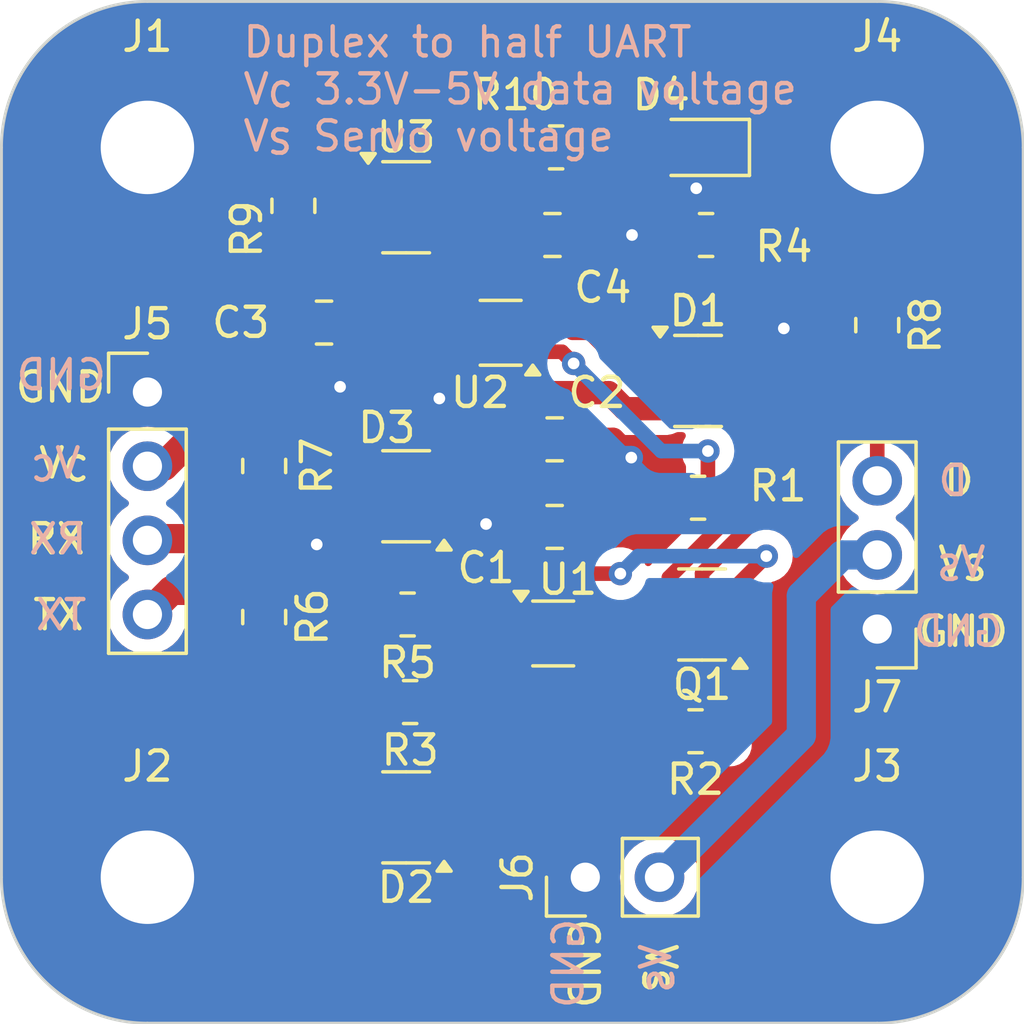
<source format=kicad_pcb>
(kicad_pcb (version 20240108) (generator "pcbnew") (generator_version "8.0")
  (layers (0 "F.Cu" signal) (31 "B.Cu" signal) (34 "B.Paste" user) (35 "F.Paste" user) (36 "B.SilkS" user "B.Silkscreen") (37 "F.SilkS" user "F.Silkscreen") (38 "B.Mask" user) (39 "F.Mask" user) (44 "Edge.Cuts" user))
  (net 0 "")
  (net 1 "Net-(U3-EN)")
  (net 2 "GND")
  (net 3 "/DATA")
  (net 4 "/TX")
  (net 5 "/RX")
  (net 6 "Net-(D4-A)")
  (net 7 "+3.3V")
  (net 8 "Net-(J5-Pin_4)")
  (net 9 "Net-(J5-Pin_2)")
  (net 10 "Net-(J5-Pin_3)")
  (net 11 "/V_{SERVO}")
  (net 12 "Net-(J7-Pin_3)")
  (net 13 "/TX_{EN}")
  (net 14 "Net-(Q1-B)")
  (footprint "MountingHole:MountingHole_3.2mm_M3_DIN965_Pad" (layer "F.Cu") (at 145 75)
    (property "Reference" "J1" (at 0 -3.8 0) (layer "F.SilkS"))
    (property "Value" "M3")
    (pad "1" thru_hole circle (at 0 0) (size 5.6 5.6) (drill 3.2) (layers "*.Cu" "*.Mask") (net 2 "GND"))
  )
  (footprint "Connector_PinHeader_2.54mm:PinHeader_1x04_P2.54mm_Vertical" (layer "F.Cu") (at 145 83.38)
    (property "Reference" "J5" (at 0 -2.33 0) (layer "F.SilkS"))
    (property "Value" "uC")
    (fp_line (start -1.33 -1.33) (end 0 -1.33) (stroke (width 0.12)) (layer "F.SilkS"))
    (fp_line (start -1.33 0) (end -1.33 -1.33) (stroke (width 0.12)) (layer "F.SilkS"))
    (fp_line (start -1.33 1.27) (end -1.33 8.95) (stroke (width 0.12)) (layer "F.SilkS"))
    (fp_line (start -1.33 1.27) (end 1.33 1.27) (stroke (width 0.12)) (layer "F.SilkS"))
    (fp_line (start -1.33 8.95) (end 1.33 8.95) (stroke (width 0.12)) (layer "F.SilkS"))
    (fp_line (start 1.33 1.27) (end 1.33 8.95) (stroke (width 0.12)) (layer "F.SilkS"))
    (pad "1" thru_hole rect (at 0 0) (size 1.7 1.7) (drill 1) (layers "*.Cu" "*.Mask") (net 2 "GND"))
    (pad "2" thru_hole oval (at 0 2.54) (size 1.7 1.7) (drill 1) (layers "*.Cu" "*.Mask") (net 9 "Net-(J5-Pin_2)"))
    (pad "3" thru_hole oval (at 0 5.08) (size 1.7 1.7) (drill 1) (layers "*.Cu" "*.Mask") (net 10 "Net-(J5-Pin_3)"))
    (pad "4" thru_hole oval (at 0 7.62) (size 1.7 1.7) (drill 1) (layers "*.Cu" "*.Mask") (net 8 "Net-(J5-Pin_4)"))
  )
  (footprint "Resistor_SMD:R_0805_2012Metric" (layer "F.Cu") (at 164.1375 78)
    (property "Reference" "R4" (at 2.6625 0.4 0) (layer "F.SilkS"))
    (property "Value" "10kΩ")
    (fp_line (start -0.227064 -0.735) (end 0.227064 -0.735) (stroke (width 0.12)) (layer "F.SilkS"))
    (fp_line (start -0.227064 0.735) (end 0.227064 0.735) (stroke (width 0.12)) (layer "F.SilkS"))
    (pad "1" smd roundrect (at -0.9125 0) (size 1.025 1.4) (layers "F.Cu" "F.Paste" "F.Mask") (roundrect_rratio 0.243902) (net 7 "+3.3V"))
    (pad "2" smd roundrect (at 0.9125 0) (size 1.025 1.4) (layers "F.Cu" "F.Paste" "F.Mask") (roundrect_rratio 0.243902) (net 3 "/DATA"))
  )
  (footprint "Package_TO_SOT_SMD:Texas_R-PDSO-G5_DCK-5" (layer "F.Cu") (at 157.1 81.35 180)
    (property "Reference" "U2" (at 0.7 -2.05 180) (layer "F.SilkS"))
    (property "Value" "SN74LVC1G125DCK")
    (fp_line (start -0.7 1.11) (end 0.7 1.11) (stroke (width 0.12)) (layer "F.SilkS"))
    (fp_line (start -0.7 -1.11) (end 0.7 -1.11) (stroke (width 0.12)) (layer "F.SilkS"))
    (fp_poly (pts (xy -1.1 -1.11) (xy -1.34 -1.44) (xy -0.86 -1.44) (xy -1.1 -1.11)) (stroke (width 0.12)) (fill solid) (layer "F.SilkS"))
    (pad "1" smd roundrect (at -1.1 -0.65 180) (size 0.9 0.4) (layers "F.Cu" "F.Paste" "F.Mask") (net 13 "/TX_{EN}"))
    (pad "2" smd roundrect (at -1.1 0 180) (size 0.9 0.4) (layers "F.Cu" "F.Paste" "F.Mask") (net 3 "/DATA"))
    (pad "3" smd roundrect (at -1.1 0.65 180) (size 0.9 0.4) (layers "F.Cu" "F.Paste" "F.Mask") (net 2 "GND"))
    (pad "4" smd roundrect (at 1.1 0.65 180) (size 0.9 0.4) (layers "F.Cu" "F.Paste" "F.Mask") (net 5 "/RX"))
    (pad "5" smd roundrect (at 1.1 -0.65 180) (size 0.9 0.4) (layers "F.Cu" "F.Paste" "F.Mask") (net 7 "+3.3V"))
  )
  (footprint "Resistor_SMD:R_0805_2012Metric" (layer "F.Cu") (at 159 75 180)
    (property "Reference" "R10" (at 1.4 1.8 180) (layer "F.SilkS"))
    (property "Value" "500Ω")
    (fp_line (start -0.227064 0.735) (end 0.227064 0.735) (stroke (width 0.12)) (layer "F.SilkS"))
    (fp_line (start -0.227064 -0.735) (end 0.227064 -0.735) (stroke (width 0.12)) (layer "F.SilkS"))
    (pad "1" smd roundrect (at -0.9125 0 180) (size 1.025 1.4) (layers "F.Cu" "F.Paste" "F.Mask") (roundrect_rratio 0.243902) (net 6 "Net-(D4-A)"))
    (pad "2" smd roundrect (at 0.9125 0 180) (size 1.025 1.4) (layers "F.Cu" "F.Paste" "F.Mask") (roundrect_rratio 0.243902) (net 7 "+3.3V"))
  )
  (footprint "Capacitor_SMD:C_0805_2012Metric" (layer "F.Cu") (at 158.95 88 180)
    (property "Reference" "C1" (at 2.35 -1.4 180) (layer "F.SilkS"))
    (property "Value" "0.1uF")
    (fp_line (start -0.261252 0.735) (end 0.261252 0.735) (stroke (width 0.12)) (layer "F.SilkS"))
    (fp_line (start -0.261252 -0.735) (end 0.261252 -0.735) (stroke (width 0.12)) (layer "F.SilkS"))
    (pad "1" smd roundrect (at -0.95 0 180) (size 1 1.45) (layers "F.Cu" "F.Paste" "F.Mask") (net 7 "+3.3V"))
    (pad "2" smd roundrect (at 0.95 0 180) (size 1 1.45) (layers "F.Cu" "F.Paste" "F.Mask") (net 2 "GND"))
  )
  (footprint "Capacitor_SMD:C_0805_2012Metric" (layer "F.Cu") (at 158.95 85)
    (property "Reference" "C2" (at 1.45 -1.6 360) (layer "F.SilkS"))
    (property "Value" "0.1uF")
    (fp_line (start -0.261252 -0.735) (end 0.261252 -0.735) (stroke (width 0.12)) (layer "F.SilkS"))
    (fp_line (start -0.261252 0.735) (end 0.261252 0.735) (stroke (width 0.12)) (layer "F.SilkS"))
    (pad "1" smd roundrect (at -0.95 0) (size 1 1.45) (layers "F.Cu" "F.Paste" "F.Mask") (net 7 "+3.3V"))
    (pad "2" smd roundrect (at 0.95 0) (size 1 1.45) (layers "F.Cu" "F.Paste" "F.Mask") (net 2 "GND"))
  )
  (footprint "Package_TO_SOT_SMD:Texas_R-PDSO-G5_DCK-5" (layer "F.Cu") (at 158.9 91.65)
    (property "Reference" "U1" (at 0.5 -1.85 0) (layer "F.SilkS"))
    (property "Value" "SN74LVC1G126DCK")
    (fp_line (start -0.7 -1.11) (end 0.7 -1.11) (stroke (width 0.12)) (layer "F.SilkS"))
    (fp_line (start -0.7 1.11) (end 0.7 1.11) (stroke (width 0.12)) (layer "F.SilkS"))
    (fp_poly (pts (xy -1.1 -1.11) (xy -1.34 -1.44) (xy -0.86 -1.44) (xy -1.1 -1.11)) (stroke (width 0.12)) (fill solid) (layer "F.SilkS"))
    (pad "1" smd roundrect (at -1.1 -0.65) (size 0.9 0.4) (layers "F.Cu" "F.Paste" "F.Mask") (net 13 "/TX_{EN}"))
    (pad "2" smd roundrect (at -1.1 0) (size 0.9 0.4) (layers "F.Cu" "F.Paste" "F.Mask") (net 4 "/TX"))
    (pad "3" smd roundrect (at -1.1 0.65) (size 0.9 0.4) (layers "F.Cu" "F.Paste" "F.Mask") (net 2 "GND"))
    (pad "4" smd roundrect (at 1.1 0.65) (size 0.9 0.4) (layers "F.Cu" "F.Paste" "F.Mask") (net 3 "/DATA"))
    (pad "5" smd roundrect (at 1.1 -0.65) (size 0.9 0.4) (layers "F.Cu" "F.Paste" "F.Mask") (net 7 "+3.3V"))
  )
  (footprint "MountingHole:MountingHole_3.2mm_M3_DIN965_Pad" (layer "F.Cu") (at 170 100)
    (property "Reference" "J3" (at 0 -3.8 0) (layer "F.SilkS"))
    (property "Value" "M3")
    (pad "1" thru_hole circle (at 0 0) (size 5.6 5.6) (drill 3.2) (layers "*.Cu" "*.Mask") (net 2 "GND"))
  )
  (footprint "Package_TO_SOT_SMD:SOT-23-3" (layer "F.Cu") (at 153.8625 86.95 180)
    (property "Reference" "D3" (at 0.6625 2.35 180) (layer "F.SilkS"))
    (property "Value" "100V")
    (fp_line (start 0 1.56) (end 0.8 1.56) (stroke (width 0.12)) (layer "F.SilkS"))
    (fp_line (start 0 1.56) (end -0.8 1.56) (stroke (width 0.12)) (layer "F.SilkS"))
    (fp_line (start 0 -1.56) (end 0.8 -1.56) (stroke (width 0.12)) (layer "F.SilkS"))
    (fp_line (start 0 -1.56) (end -0.8 -1.56) (stroke (width 0.12)) (layer "F.SilkS"))
    (fp_poly (pts (xy -1.3 -1.51) (xy -1.54 -1.84) (xy -1.06 -1.84) (xy -1.3 -1.51)) (stroke (width 0.12)) (fill solid) (layer "F.SilkS"))
    (pad "1" smd roundrect (at -1.1375 -0.95 180) (size 1.325 0.6) (layers "F.Cu" "F.Paste" "F.Mask") (net 2 "GND"))
    (pad "2" smd roundrect (at -1.1375 0.95 180) (size 1.325 0.6) (layers "F.Cu" "F.Paste" "F.Mask") (net 7 "+3.3V"))
    (pad "3" smd roundrect (at 1.1375 0 180) (size 1.325 0.6) (layers "F.Cu" "F.Paste" "F.Mask") (net 5 "/RX"))
  )
  (footprint "Resistor_SMD:R_0805_2012Metric" (layer "F.Cu") (at 154 94 180)
    (property "Reference" "R3" (at 0 -1.65 180) (layer "F.SilkS"))
    (property "Value" "10kΩ")
    (fp_line (start -0.227064 0.735) (end 0.227064 0.735) (stroke (width 0.12)) (layer "F.SilkS"))
    (fp_line (start -0.227064 -0.735) (end 0.227064 -0.735) (stroke (width 0.12)) (layer "F.SilkS"))
    (pad "1" smd roundrect (at -0.9125 0 180) (size 1.025 1.4) (layers "F.Cu" "F.Paste" "F.Mask") (roundrect_rratio 0.243902) (net 7 "+3.3V"))
    (pad "2" smd roundrect (at 0.9125 0 180) (size 1.025 1.4) (layers "F.Cu" "F.Paste" "F.Mask") (roundrect_rratio 0.243902) (net 4 "/TX"))
  )
  (footprint "Package_TO_SOT_SMD:SOT-23-3" (layer "F.Cu") (at 153.8625 97.95 180)
    (property "Reference" "D2" (at 0 -2.4 180) (layer "F.SilkS"))
    (property "Value" "100V")
    (fp_line (start 0 1.56) (end 0.8 1.56) (stroke (width 0.12)) (layer "F.SilkS"))
    (fp_line (start 0 1.56) (end -0.8 1.56) (stroke (width 0.12)) (layer "F.SilkS"))
    (fp_line (start 0 -1.56) (end 0.8 -1.56) (stroke (width 0.12)) (layer "F.SilkS"))
    (fp_line (start 0 -1.56) (end -0.8 -1.56) (stroke (width 0.12)) (layer "F.SilkS"))
    (fp_poly (pts (xy -1.3 -1.51) (xy -1.54 -1.84) (xy -1.06 -1.84) (xy -1.3 -1.51)) (stroke (width 0.12)) (fill solid) (layer "F.SilkS"))
    (pad "1" smd roundrect (at -1.1375 -0.95 180) (size 1.325 0.6) (layers "F.Cu" "F.Paste" "F.Mask") (net 2 "GND"))
    (pad "2" smd roundrect (at -1.1375 0.95 180) (size 1.325 0.6) (layers "F.Cu" "F.Paste" "F.Mask") (net 7 "+3.3V"))
    (pad "3" smd roundrect (at 1.1375 0 180) (size 1.325 0.6) (layers "F.Cu" "F.Paste" "F.Mask") (net 4 "/TX"))
  )
  (footprint "Capacitor_SMD:C_0805_2012Metric" (layer "F.Cu") (at 158.875 78)
    (property "Reference" "C4" (at 1.725 1.8 180) (layer "F.SilkS"))
    (property "Value" "10uF")
    (fp_line (start -0.261252 -0.735) (end 0.261252 -0.735) (stroke (width 0.12)) (layer "F.SilkS"))
    (fp_line (start -0.261252 0.735) (end 0.261252 0.735) (stroke (width 0.12)) (layer "F.SilkS"))
    (pad "1" smd roundrect (at -0.95 0) (size 1 1.45) (layers "F.Cu" "F.Paste" "F.Mask") (net 7 "+3.3V"))
    (pad "2" smd roundrect (at 0.95 0) (size 1 1.45) (layers "F.Cu" "F.Paste" "F.Mask") (net 2 "GND"))
  )
  (footprint "Resistor_SMD:R_0805_2012Metric" (layer "F.Cu") (at 170 81.0875 -90)
    (property "Reference" "R8" (at 0 -1.65 90) (layer "F.SilkS"))
    (property "Value" "100Ω")
    (fp_line (start -0.227064 0.735) (end 0.227064 0.735) (stroke (width 0.12)) (layer "F.SilkS"))
    (fp_line (start -0.227064 -0.735) (end 0.227064 -0.735) (stroke (width 0.12)) (layer "F.SilkS"))
    (pad "1" smd roundrect (at -0.9125 0 270) (size 1.025 1.4) (layers "F.Cu" "F.Paste" "F.Mask") (roundrect_rratio 0.243902) (net 3 "/DATA"))
    (pad "2" smd roundrect (at 0.9125 0 270) (size 1.025 1.4) (layers "F.Cu" "F.Paste" "F.Mask") (roundrect_rratio 0.243902) (net 12 "Net-(J7-Pin_3)"))
  )
  (footprint "Package_TO_SOT_SMD:SOT-23-3" (layer "F.Cu") (at 164 91 180)
    (property "Reference" "Q1" (at 0 -2.4 180) (layer "F.SilkS"))
    (property "Value" "Q_PNP_BEC")
    (fp_line (start 0 1.56) (end 0.8 1.56) (stroke (width 0.12)) (layer "F.SilkS"))
    (fp_line (start 0 1.56) (end -0.8 1.56) (stroke (width 0.12)) (layer "F.SilkS"))
    (fp_line (start 0 -1.56) (end 0.8 -1.56) (stroke (width 0.12)) (layer "F.SilkS"))
    (fp_line (start 0 -1.56) (end -0.8 -1.56) (stroke (width 0.12)) (layer "F.SilkS"))
    (fp_poly (pts (xy -1.3 -1.51) (xy -1.54 -1.84) (xy -1.06 -1.84) (xy -1.3 -1.51)) (stroke (width 0.12)) (fill solid) (layer "F.SilkS"))
    (pad "1" smd roundrect (at -1.1375 -0.95 180) (size 1.325 0.6) (layers "F.Cu" "F.Paste" "F.Mask") (net 14 "Net-(Q1-B)"))
    (pad "2" smd roundrect (at -1.1375 0.95 180) (size 1.325 0.6) (layers "F.Cu" "F.Paste" "F.Mask") (net 7 "+3.3V"))
    (pad "3" smd roundrect (at 1.1375 0 180) (size 1.325 0.6) (layers "F.Cu" "F.Paste" "F.Mask") (net 13 "/TX_{EN}"))
  )
  (footprint "Package_TO_SOT_SMD:SOT-23-3" (layer "F.Cu") (at 163.8625 83)
    (property "Reference" "D1" (at 0 -2.4 0) (layer "F.SilkS"))
    (property "Value" "100V")
    (fp_line (start 0 -1.56) (end -0.8 -1.56) (stroke (width 0.12)) (layer "F.SilkS"))
    (fp_line (start 0 -1.56) (end 0.8 -1.56) (stroke (width 0.12)) (layer "F.SilkS"))
    (fp_line (start 0 1.56) (end -0.8 1.56) (stroke (width 0.12)) (layer "F.SilkS"))
    (fp_line (start 0 1.56) (end 0.8 1.56) (stroke (width 0.12)) (layer "F.SilkS"))
    (fp_poly (pts (xy -1.3 -1.51) (xy -1.54 -1.84) (xy -1.06 -1.84) (xy -1.3 -1.51)) (stroke (width 0.12)) (fill solid) (layer "F.SilkS"))
    (pad "1" smd roundrect (at -1.1375 -0.95) (size 1.325 0.6) (layers "F.Cu" "F.Paste" "F.Mask") (net 2 "GND"))
    (pad "2" smd roundrect (at -1.1375 0.95) (size 1.325 0.6) (layers "F.Cu" "F.Paste" "F.Mask") (net 7 "+3.3V"))
    (pad "3" smd roundrect (at 1.1375 0) (size 1.325 0.6) (layers "F.Cu" "F.Paste" "F.Mask") (net 3 "/DATA"))
  )
  (footprint "MountingHole:MountingHole_3.2mm_M3_DIN965_Pad" (layer "F.Cu") (at 170 75)
    (property "Reference" "J4" (at 0 -3.8 0) (layer "F.SilkS"))
    (property "Value" "M3")
    (pad "1" thru_hole circle (at 0 0) (size 5.6 5.6) (drill 3.2) (layers "*.Cu" "*.Mask") (net 2 "GND"))
  )
  (footprint "Resistor_SMD:R_0805_2012Metric" (layer "F.Cu") (at 150 77 90)
    (property "Reference" "R9" (at -0.8 -1.6 270) (layer "F.SilkS"))
    (property "Value" "100kΩ")
    (fp_line (start -0.227064 -0.735) (end 0.227064 -0.735) (stroke (width 0.12)) (layer "F.SilkS"))
    (fp_line (start -0.227064 0.735) (end 0.227064 0.735) (stroke (width 0.12)) (layer "F.SilkS"))
    (pad "1" smd roundrect (at -0.9125 0 90) (size 1.025 1.4) (layers "F.Cu" "F.Paste" "F.Mask") (roundrect_rratio 0.243902) (net 1 "Net-(U3-EN)"))
    (pad "2" smd roundrect (at 0.9125 0 90) (size 1.025 1.4) (layers "F.Cu" "F.Paste" "F.Mask") (roundrect_rratio 0.243902) (net 9 "Net-(J5-Pin_2)"))
  )
  (footprint "Resistor_SMD:R_0805_2012Metric" (layer "F.Cu") (at 149 91.0875 -90)
    (property "Reference" "R6" (at 0 -1.65 90) (layer "F.SilkS"))
    (property "Value" "100Ω")
    (fp_line (start -0.227064 0.735) (end 0.227064 0.735) (stroke (width 0.12)) (layer "F.SilkS"))
    (fp_line (start -0.227064 -0.735) (end 0.227064 -0.735) (stroke (width 0.12)) (layer "F.SilkS"))
    (pad "1" smd roundrect (at -0.9125 0 270) (size 1.025 1.4) (layers "F.Cu" "F.Paste" "F.Mask") (roundrect_rratio 0.243902) (net 8 "Net-(J5-Pin_4)"))
    (pad "2" smd roundrect (at 0.9125 0 270) (size 1.025 1.4) (layers "F.Cu" "F.Paste" "F.Mask") (roundrect_rratio 0.243902) (net 4 "/TX"))
  )
  (footprint "Connector_PinHeader_2.54mm:PinHeader_1x03_P2.54mm_Vertical" (layer "F.Cu") (at 170 91.5 180)
    (property "Reference" "J7" (at 0 -2.33 180) (layer "F.SilkS"))
    (property "Value" "SERVO")
    (fp_line (start 1.33 1.27) (end 1.33 6.41) (stroke (width 0.12)) (layer "F.SilkS"))
    (fp_line (start -1.33 6.41) (end 1.33 6.41) (stroke (width 0.12)) (layer "F.SilkS"))
    (fp_line (start -1.33 1.27) (end 1.33 1.27) (stroke (width 0.12)) (layer "F.SilkS"))
    (fp_line (start -1.33 1.27) (end -1.33 6.41) (stroke (width 0.12)) (layer "F.SilkS"))
    (fp_line (start -1.33 0) (end -1.33 -1.33) (stroke (width 0.12)) (layer "F.SilkS"))
    (fp_line (start -1.33 -1.33) (end 0 -1.33) (stroke (width 0.12)) (layer "F.SilkS"))
    (pad "1" thru_hole rect (at 0 0 180) (size 1.7 1.7) (drill 1) (layers "*.Cu" "*.Mask") (net 2 "GND"))
    (pad "2" thru_hole oval (at 0 2.54 180) (size 1.7 1.7) (drill 1) (layers "*.Cu" "*.Mask") (net 11 "/V_{SERVO}"))
    (pad "3" thru_hole oval (at 0 5.08 180) (size 1.7 1.7) (drill 1) (layers "*.Cu" "*.Mask") (net 12 "Net-(J7-Pin_3)"))
  )
  (footprint "MountingHole:MountingHole_3.2mm_M3_DIN965_Pad" (layer "F.Cu") (at 145 100)
    (property "Reference" "J2" (at 0 -3.8 0) (layer "F.SilkS"))
    (property "Value" "M3")
    (pad "1" thru_hole circle (at 0 0) (size 5.6 5.6) (drill 3.2) (layers "*.Cu" "*.Mask") (net 2 "GND"))
  )
  (footprint "LED_SMD:LED_0805_2012Metric" (layer "F.Cu") (at 163.9375 75 180)
    (property "Reference" "D4" (at 1.3375 1.8 180) (layer "F.SilkS"))
    (property "Value" "LED")
    (fp_line (start 1 -0.96) (end -1.685 -0.96) (stroke (width 0.12)) (layer "F.SilkS"))
    (fp_line (start -1.685 0.96) (end 1 0.96) (stroke (width 0.12)) (layer "F.SilkS"))
    (fp_line (start -1.685 -0.96) (end -1.685 0.96) (stroke (width 0.12)) (layer "F.SilkS"))
    (pad "1" smd roundrect (at -0.9375 0 180) (size 0.975 1.4) (layers "F.Cu" "F.Paste" "F.Mask") (net 2 "GND"))
    (pad "2" smd roundrect (at 0.9375 0 180) (size 0.975 1.4) (layers "F.Cu" "F.Paste" "F.Mask") (net 6 "Net-(D4-A)"))
  )
  (footprint "Resistor_SMD:R_0805_2012Metric" (layer "F.Cu") (at 163.775 95 180)
    (property "Reference" "R2" (at 0 -1.65 180) (layer "F.SilkS"))
    (property "Value" "10kΩ")
    (fp_line (start -0.227064 0.735) (end 0.227064 0.735) (stroke (width 0.12)) (layer "F.SilkS"))
    (fp_line (start -0.227064 -0.735) (end 0.227064 -0.735) (stroke (width 0.12)) (layer "F.SilkS"))
    (pad "1" smd roundrect (at -0.9125 0 180) (size 1.025 1.4) (layers "F.Cu" "F.Paste" "F.Mask") (roundrect_rratio 0.243902) (net 14 "Net-(Q1-B)"))
    (pad "2" smd roundrect (at 0.9125 0 180) (size 1.025 1.4) (layers "F.Cu" "F.Paste" "F.Mask") (roundrect_rratio 0.243902) (net 4 "/TX"))
  )
  (footprint "Capacitor_SMD:C_0805_2012Metric" (layer "F.Cu") (at 151.05 81)
    (property "Reference" "C3" (at -2.85 0 0) (layer "F.SilkS"))
    (property "Value" "1uF")
    (fp_line (start -0.261252 -0.735) (end 0.261252 -0.735) (stroke (width 0.12)) (layer "F.SilkS"))
    (fp_line (start -0.261252 0.735) (end 0.261252 0.735) (stroke (width 0.12)) (layer "F.SilkS"))
    (pad "1" smd roundrect (at -0.95 0) (size 1 1.45) (layers "F.Cu" "F.Paste" "F.Mask") (net 1 "Net-(U3-EN)"))
    (pad "2" smd roundrect (at 0.95 0) (size 1 1.45) (layers "F.Cu" "F.Paste" "F.Mask") (net 2 "GND"))
  )
  (footprint "Resistor_SMD:R_0805_2012Metric" (layer "F.Cu") (at 153.9125 91 180)
    (property "Reference" "R5" (at 0 -1.65 180) (layer "F.SilkS"))
    (property "Value" "10kΩ")
    (fp_line (start -0.227064 0.735) (end 0.227064 0.735) (stroke (width 0.12)) (layer "F.SilkS"))
    (fp_line (start -0.227064 -0.735) (end 0.227064 -0.735) (stroke (width 0.12)) (layer "F.SilkS"))
    (pad "1" smd roundrect (at -0.9125 0 180) (size 1.025 1.4) (layers "F.Cu" "F.Paste" "F.Mask") (roundrect_rratio 0.243902) (net 7 "+3.3V"))
    (pad "2" smd roundrect (at 0.9125 0 180) (size 1.025 1.4) (layers "F.Cu" "F.Paste" "F.Mask") (roundrect_rratio 0.243902) (net 5 "/RX"))
  )
  (footprint "Resistor_SMD:R_0805_2012Metric" (layer "F.Cu") (at 163.8625 87)
    (property "Reference" "R1" (at 2.7375 -0.4 360) (layer "F.SilkS"))
    (property "Value" "20kΩ")
    (fp_line (start -0.227064 -0.735) (end 0.227064 -0.735) (stroke (width 0.12)) (layer "F.SilkS"))
    (fp_line (start -0.227064 0.735) (end 0.227064 0.735) (stroke (width 0.12)) (layer "F.SilkS"))
    (pad "1" smd roundrect (at -0.9125 0) (size 1.025 1.4) (layers "F.Cu" "F.Paste" "F.Mask") (roundrect_rratio 0.243902) (net 2 "GND"))
    (pad "2" smd roundrect (at 0.9125 0) (size 1.025 1.4) (layers "F.Cu" "F.Paste" "F.Mask") (roundrect_rratio 0.243902) (net 13 "/TX_{EN}"))
  )
  (footprint "Connector_PinHeader_2.54mm:PinHeader_1x02_P2.54mm_Vertical" (layer "F.Cu") (at 160 100 90)
    (property "Reference" "J6" (at 0 -2.33 270) (layer "F.SilkS"))
    (property "Value" "V_{SERVO}")
    (fp_line (start -1.33 -1.33) (end 0 -1.33) (stroke (width 0.12)) (layer "F.SilkS"))
    (fp_line (start -1.33 0) (end -1.33 -1.33) (stroke (width 0.12)) (layer "F.SilkS"))
    (fp_line (start 1.33 1.27) (end 1.33 3.87) (stroke (width 0.12)) (layer "F.SilkS"))
    (fp_line (start -1.33 1.27) (end 1.33 1.27) (stroke (width 0.12)) (layer "F.SilkS"))
    (fp_line (start -1.33 1.27) (end -1.33 3.87) (stroke (width 0.12)) (layer "F.SilkS"))
    (fp_line (start -1.33 3.87) (end 1.33 3.87) (stroke (width 0.12)) (layer "F.SilkS"))
    (pad "1" thru_hole rect (at 0 0 90) (size 1.7 1.7) (drill 1) (layers "*.Cu" "*.Mask") (net 2 "GND"))
    (pad "2" thru_hole oval (at 0 2.54 90) (size 1.7 1.7) (drill 1) (layers "*.Cu" "*.Mask") (net 11 "/V_{SERVO}"))
  )
  (footprint "Package_TO_SOT_SMD:SOT-23-5" (layer "F.Cu") (at 153.8625 77.05)
    (property "Reference" "U3" (at 0 -2.4 360) (layer "F.SilkS"))
    (property "Value" "MAX40200AUK")
    (fp_line (start 0 -1.56) (end -0.8 -1.56) (stroke (width 0.12)) (layer "F.SilkS"))
    (fp_line (start 0 -1.56) (end 0.8 -1.56) (stroke (width 0.12)) (layer "F.SilkS"))
    (fp_line (start 0 1.56) (end -0.8 1.56) (stroke (width 0.12)) (layer "F.SilkS"))
    (fp_line (start 0 1.56) (end 0.8 1.56) (stroke (width 0.12)) (layer "F.SilkS"))
    (fp_poly (pts (xy -1.3 -1.51) (xy -1.54 -1.84) (xy -1.06 -1.84) (xy -1.3 -1.51)) (stroke (width 0.12)) (fill solid) (layer "F.SilkS"))
    (pad "1" smd roundrect (at -1.1375 -0.95) (size 1.325 0.6) (layers "F.Cu" "F.Paste" "F.Mask") (net 9 "Net-(J5-Pin_2)"))
    (pad "2" smd roundrect (at -1.1375 0) (size 1.325 0.6) (layers "F.Cu" "F.Paste" "F.Mask") (net 2 "GND"))
    (pad "3" smd roundrect (at -1.1375 0.95) (size 1.325 0.6) (layers "F.Cu" "F.Paste" "F.Mask") (net 1 "Net-(U3-EN)"))
    (pad "4" smd roundrect (at 1.1375 0.95) (size 1.325 0.6) (layers "F.Cu" "F.Paste" "F.Mask"))
    (pad "5" smd roundrect (at 1.1375 -0.95) (size 1.325 0.6) (layers "F.Cu" "F.Paste" "F.Mask") (net 7 "+3.3V"))
  )
  (footprint "Resistor_SMD:R_0805_2012Metric" (layer "F.Cu") (at 149 85.9125 90)
    (property "Reference" "R7" (at 0 1.8 270) (layer "F.SilkS"))
    (property "Value" "100Ω")
    (fp_line (start -0.227064 -0.735) (end 0.227064 -0.735) (stroke (width 0.12)) (layer "F.SilkS"))
    (fp_line (start -0.227064 0.735) (end 0.227064 0.735) (stroke (width 0.12)) (layer "F.SilkS"))
    (pad "1" smd roundrect (at -0.9125 0 90) (size 1.025 1.4) (layers "F.Cu" "F.Paste" "F.Mask") (roundrect_rratio 0.243902) (net 10 "Net-(J5-Pin_3)"))
    (pad "2" smd roundrect (at 0.9125 0 90) (size 1.025 1.4) (layers "F.Cu" "F.Paste" "F.Mask") (roundrect_rratio 0.243902) (net 5 "/RX"))
  )
  (gr_arc (start 170 70) (mid 173.535534 71.464466) (end 175 75) (stroke (width 0.1)) (layer "Edge.Cuts"))
  (gr_line (start 140 100) (end 140 75) (stroke (width 0.1)) (layer "Edge.Cuts"))
  (gr_line (start 145 70) (end 170 70) (stroke (width 0.1)) (layer "Edge.Cuts"))
  (gr_line (start 175 75) (end 175 100) (stroke (width 0.1)) (layer "Edge.Cuts"))
  (gr_arc (start 175 100) (mid 173.535534 103.535534) (end 170 105) (stroke (width 0.1)) (layer "Edge.Cuts"))
  (gr_line (start 170 105) (end 145 105) (stroke (width 0.1)) (layer "Edge.Cuts"))
  (gr_arc (start 145 105) (mid 141.464466 103.535534) (end 140 100) (stroke (width 0.1)) (layer "Edge.Cuts"))
  (gr_arc (start 140 75) (mid 141.464466 71.464466) (end 145 70) (stroke (width 0.1)) (layer "Edge.Cuts"))
  (gr_text "V_{C}" (at 142.8 86.4 -0) (layer "B.SilkS") (effects (font (size 1 1)) (justify left bottom mirror)))
  (gr_text "D" (at 173.2 87 -0) (layer "B.SilkS") (effects (font (size 1 1)) (justify left bottom mirror)))
  (gr_text "GND" (at 174.4 92.165 -0) (layer "B.SilkS") (effects (font (size 1 1)) (justify left bottom mirror)))
  (gr_text "RX" (at 143 89 -0) (layer "B.SilkS") (effects (font (size 1 1)) (justify left bottom mirror)))
  (gr_text "V_{S}" (at 163 102.2 90) (layer "B.SilkS") (effects (font (size 1 1)) (justify left bottom mirror)))
  (gr_text "TX" (at 143 91.6 -0) (layer "B.SilkS") (effects (font (size 1 1)) (justify left bottom mirror)))
  (gr_text "GND" (at 160 101.33 90) (layer "B.SilkS") (effects (font (size 1 1)) (justify left bottom mirror)))
  (gr_text "Duplex to half UART\nV_{C} 3.3V-5V data voltage\nV_{S} Servo voltage" (at 148.2 75.2 0) (layer "B.SilkS") (effects (font (size 1 1)) (justify left bottom)))
  (gr_text "GND" (at 143.67 83.38 -0) (layer "B.SilkS") (effects (font (size 1 1)) (justify left bottom mirror)))
  (gr_text "V_{S}" (at 173.8 89.8 -0) (layer "B.SilkS") (effects (font (size 1 1)) (justify left bottom mirror)))
  (gr_text "TX" (at 141 91.6 0) (layer "F.SilkS") (effects (font (size 1 1)) (justify left bottom)))
  (gr_text "GND" (at 159.335 101.33 -90) (layer "F.SilkS") (effects (font (size 1 1)) (justify left bottom)))
  (gr_text "GND" (at 171.33 92.165 0) (layer "F.SilkS") (effects (font (size 1 1)) (justify left bottom)))
  (gr_text "RX" (at 140.8 89 0) (layer "F.SilkS") (effects (font (size 1 1)) (justify left bottom)))
  (gr_text "GND" (at 140.4 83.8 0) (layer "F.SilkS") (effects (font (size 1 1)) (justify left bottom)))
  (gr_text "V_{S}" (at 162 102.2 -90) (layer "F.SilkS") (effects (font (size 1 1)) (justify left bottom)))
  (gr_text "V_{C}" (at 141.2 86.4 0) (layer "F.SilkS") (effects (font (size 1 1)) (justify left bottom)))
  (gr_text "D" (at 172.2 87 0) (layer "F.SilkS") (effects (font (size 1 1)) (justify left bottom)))
  (gr_text "V_{S}" (at 172 89.8 0) (layer "F.SilkS") (effects (font (size 1 1)) (justify left bottom)))
  (segment (start 150.0875 78) (end 150 77.9125) (width 0.5) (layer "F.Cu") (net 1))
  (segment (start 150 77.9125) (end 150 80.9) (width 1) (layer "F.Cu") (net 1))
  (segment (start 150 80.9) (end 150.1 81) (width 1) (layer "F.Cu") (net 1))
  (segment (start 152.725 78) (end 150.0875 78) (width 0.5) (layer "F.Cu") (net 1))
  (segment (start 160 100) (end 160 101.4) (width 0.8) (layer "F.Cu") (net 2))
  (segment (start 161 102.4) (end 167.6 102.4) (width 0.8) (layer "F.Cu") (net 2))
  (segment (start 144.02 83.38) (end 142.8 84.6) (width 0.8) (layer "F.Cu") (net 2))
  (segment (start 170 100) (end 170 91.5) (width 0.8) (layer "F.Cu") (net 2))
  (segment (start 158.8 80) (end 159.825 78.975) (width 0.8) (layer "F.Cu") (net 2))
  (segment (start 153.140184 75) (end 153.8375 75.697316) (width 0.5) (layer "F.Cu") (net 2))
  (segment (start 160.95 85) (end 161.575 85.625) (width 0.8) (layer "F.Cu") (net 2))
  (segment (start 158.8 80) (end 158.8 80.1) (width 0.3) (layer "F.Cu") (net 2))
  (segment (start 162.95 87) (end 161.575 85.625) (width 0.8) (layer "F.Cu") (net 2))
  (segment (start 171.1 91.5) (end 172.2 90.4) (width 0.8) (layer "F.Cu") (net 2))
  (segment (start 145 75) (end 153.140184 75) (width 0.5) (layer "F.Cu") (net 2))
  (segment (start 172.2 90.4) (end 172.2 77.2) (width 0.8) (layer "F.Cu") (net 2))
  (segment (start 142.8 84.6) (end 142.8 97.8) (width 0.8) (layer "F.Cu") (net 2))
  (segment (start 154.8 100) (end 157.4 100) (width 0.8) (layer "F.Cu") (net 2))
  (segment (start 162.725 82.05) (end 159.825 79.15) (width 0.8) (layer "F.Cu") (net 2))
  (segment (start 172.2 77.2) (end 170 75) (width 0.8) (layer "F.Cu") (net 2))
  (segment (start 153.8375 79.1625) (end 152 81) (width 0.5) (layer "F.Cu") (net 2))
  (segment (start 170 91.5) (end 171.1 91.5) (width 0.8) (layer "F.Cu") (net 2))
  (segment (start 145 100) (end 154.8 100) (width 0.8) (layer "F.Cu") (net 2))
  (segment (start 163.8 76.4) (end 164.875 75.325) (width 0.8) (layer "F.Cu") (net 2))
  (segment (start 159.825 78) (end 161.6 78) (width 0.8) (layer "F.Cu") (net 2))
  (segment (start 159.825 78.975) (end 159.825 78) (width 0.8) (layer "F.Cu") (net 2))
  (segment (start 142.8 97.8) (end 145 100) (width 0.8) (layer "F.Cu") (net 2))
  (segment (start 164.875 75.325) (end 164.875 75) (width 0.8) (layer "F.Cu") (net 2))
  (segment (start 145 75) (end 147 73) (width 0.8) (layer "F.Cu") (net 2))
  (segment (start 164.875 75) (end 170 75) (width 0.8) (layer "F.Cu") (net 2))
  (segment (start 153.8375 77.500001) (end 153.8375 79.1625) (width 0.5) (layer "F.Cu") (net 2))
  (segment (start 152.725 77.05) (end 153.387499 77.05) (width 0.5) (layer "F.Cu") (net 2))
  (segment (start 155 87.9) (end 157.9 87.9) (width 0.8) (layer "F.Cu") (net 2))
  (segment (start 157.4 92.7) (end 157.4 100) (width 0.5) (layer "F.Cu") (net 2))
  (segment (start 160 101.4) (end 161 102.4) (width 0.8) (layer "F.Cu") (net 2))
  (segment (start 155 98.9) (end 155 99.8) (width 0.5) (layer "F.Cu") (net 2))
  (segment (start 153.8375 75.697316) (end 153.8375 77.500001) (width 0.5) (layer "F.Cu") (net 2))
  (segment (start 159.9 85) (end 160.95 85) (width 0.8) (layer "F.Cu") (net 2))
  (segment (start 145 83.38) (end 145 75) (width 0.8) (layer "F.Cu") (net 2))
  (segment (start 155 99.8) (end 154.8 100) (width 0.5) (layer "F.Cu") (net 2))
  (segment (start 157.9 87.9) (end 158 88) (width 0.8) (layer "F.Cu") (net 2))
  (segment (start 158.2 80.7) (end 158.8 80.1) (width 0.3) (layer "F.Cu") (net 2))
  (segment (start 159.825 79.15) (end 159.825 78.975) (width 0.8) (layer "F.Cu") (net 2))
  (segment (start 157.8 92.3) (end 157.4 92.7) (width 0.5) (layer "F.Cu") (net 2))
  (segment (start 168 73) (end 170 75) (width 0.8) (layer "F.Cu") (net 2))
  (segment (start 145 83.38) (end 144.02 83.38) (width 0.8) (layer "F.Cu") (net 2))
  (segment (start 157.4 100) (end 160 100) (width 0.8) (layer "F.Cu") (net 2))
  (segment (start 153.387499 77.05) (end 153.8375 77.500001) (width 0.5) (layer "F.Cu") (net 2))
  (segment (start 167.6 102.4) (end 170 100) (width 0.8) (layer "F.Cu") (net 2))
  (segment (start 147 73) (end 168 73) (width 0.8) (layer "F.Cu") (net 2))
  (via (at 163.8 76.4) (size 0.8) (drill 0.4) (layers "F.Cu" "B.Cu") (net 2))
  (via (at 156.6 87.9) (size 0.8) (drill 0.4) (layers "F.Cu" "B.Cu") (net 2))
  (via (at 155 83.6) (size 0.8) (drill 0.4) (layers "F.Cu" "B.Cu") (net 2))
  (via (at 150.8 88.6) (size 0.8) (drill 0.4) (layers "F.Cu" "B.Cu") (net 2))
  (via (at 161.575 85.625) (size 0.8) (drill 0.4) (layers "F.Cu" "B.Cu") (net 2))
  (via (at 161.6 78) (size 0.8) (drill 0.4) (layers "F.Cu" "B.Cu") (net 2))
  (via (at 151.6 83.2) (size 0.8) (drill 0.4) (layers "F.Cu" "B.Cu") (net 2))
  (via (at 166.8 81.2) (size 0.8) (drill 0.4) (layers "F.Cu" "B.Cu") (net 2))
  (segment (start 160.225 85.625) (end 158.2 83.6) (width 0.8) (layer "B.Cu") (net 2))
  (segment (start 162.2 78) (end 163.8 76.4) (width 0.8) (layer "B.Cu") (net 2))
  (segment (start 158.2 81.4) (end 161.6 78) (width 0.8) (layer "B.Cu") (net 2))
  (segment (start 156.6 87.9) (end 159.3 87.9) (width 0.8) (layer "B.Cu") (net 2))
  (segment (start 161.575 85.625) (end 160.225 85.625) (width 0.8) (layer "B.Cu") (net 2))
  (segment (start 161.6 78) (end 162.2 78) (width 0.8) (layer "B.Cu") (net 2))
  (segment (start 158.2 83.6) (end 158.2 81.4) (width 0.8) (layer "B.Cu") (net 2))
  (segment (start 159.3 87.9) (end 161.575 85.625) (width 0.8) (layer "B.Cu") (net 2))
  (segment (start 165.05 82.75) (end 165.05 78) (width 0.5) (layer "F.Cu") (net 3))
  (segment (start 158.2 81.35) (end 159.55 81.35) (width 0.3) (layer "F.Cu") (net 3))
  (segment (start 160.15 81.35) (end 161.8 83) (width 0.5) (layer "F.Cu") (net 3))
  (segment (start 165.8 78) (end 167.975 80.175) (width 0.5) (layer "F.Cu") (net 3))
  (segment (start 165 83) (end 165 82.8) (width 0.5) (layer "F.Cu") (net 3))
  (segment (start 167.975 80.175) (end 170 80.175) (width 0.5) (layer "F.Cu") (net 3))
  (segment (start 159.55 81.35) (end 160.15 81.35) (width 0.5) (layer "F.Cu") (net 3))
  (segment (start 165.8 83.8) (end 165 83) (width 0.5) (layer "F.Cu") (net 3))
  (segment (start 163.272316 92.3) (end 164 91.572316) (width 0.5) (layer "F.Cu") (net 3))
  (segment (start 160 92.3) (end 163.272316 92.3) (width 0.5) (layer "F.Cu") (net 3))
  (segment (start 165.05 78) (end 165.8 78) (width 0.5) (layer "F.Cu") (net 3))
  (segment (start 161.8 83) (end 165 83) (width 0.5) (layer "F.Cu") (net 3))
  (segment (start 165.8 87.78995) (end 165.8 83.8) (width 0.5) (layer "F.Cu") (net 3))
  (segment (start 164 91.572316) (end 164 89.58995) (width 0.5) (layer "F.Cu") (net 3))
  (segment (start 164 89.58995) (end 165.8 87.78995) (width 0.5) (layer "F.Cu") (net 3))
  (segment (start 165 82.8) (end 165.05 82.75) (width 0.5) (layer "F.Cu") (net 3))
  (segment (start 159 91.907106) (end 159 92.8) (width 0.3) (layer "F.Cu") (net 4))
  (segment (start 155.85 97.95) (end 156.4 97.4) (width 0.5) (layer "F.Cu") (net 4))
  (segment (start 156.95 91.65) (end 156.4 92.2) (width 0.3) (layer "F.Cu") (net 4))
  (segment (start 159.6 93.4) (end 161.6 93.4) (width 0.3) (layer "F.Cu") (net 4))
  (segment (start 157.8 91.65) (end 158.742894 91.65) (width 0.3) (layer "F.Cu") (net 4))
  (segment (start 158.742894 91.65) (end 159 91.907106) (width 0.3) (layer "F.Cu") (net 4))
  (segment (start 152.725 97.95) (end 155.85 97.95) (width 0.5) (layer "F.Cu") (net 4))
  (segment (start 150.8 94) (end 153.0875 94) (width 1) (layer "F.Cu") (net 4))
  (segment (start 149 92) (end 149 92.2) (width 1) (layer "F.Cu") (net 4))
  (segment (start 159 92.8) (end 159.6 93.4) (width 0.3) (layer "F.Cu") (net 4))
  (segment (start 153.0875 97.5875) (end 152.725 97.95) (width 1) (layer "F.Cu") (net 4))
  (segment (start 162.8625 94.6625) (end 162.8625 95) (width 0.3) (layer "F.Cu") (net 4))
  (segment (start 156.4 97.4) (end 156.4 92.2) (width 0.5) (layer "F.Cu") (net 4))
  (segment (start 161.6 93.4) (end 162.8625 94.6625) (width 0.3) (layer "F.Cu") (net 4))
  (segment (start 157.8 91.65) (end 156.95 91.65) (width 0.3) (layer "F.Cu") (net 4))
  (segment (start 149 92.2) (end 150.8 94) (width 1) (layer "F.Cu") (net 4))
  (segment (start 153.0875 94) (end 153.0875 97.5875) (width 1) (layer "F.Cu") (net 4))
  (segment (start 154.3 80.7) (end 156 80.7) (width 0.5) (layer "F.Cu") (net 5))
  (segment (start 152.725 86.95) (end 152.725 90.725) (width 1) (layer "F.Cu") (net 5))
  (segment (start 149 85) (end 150.775 85) (width 1) (layer "F.Cu") (net 5))
  (segment (start 153.4 86.275) (end 153.4 81.6) (width 0.5) (layer "F.Cu") (net 5))
  (segment (start 153.4 81.6) (end 154.3 80.7) (width 0.5) (layer "F.Cu") (net 5))
  (segment (start 152.725 86.95) (end 153.4 86.275) (width 0.5) (layer "F.Cu") (net 5))
  (segment (start 152.725 90.725) (end 153 91) (width 1) (layer "F.Cu") (net 5))
  (segment (start 150.775 85) (end 152.725 86.95) (width 1) (layer "F.Cu") (net 5))
  (segment (start 159.9125 75) (end 163 75) (width 0.5) (layer "F.Cu") (net 6))
  (segment (start 156.9875 76.1) (end 158.0875 75) (width 0.5) (layer "F.Cu") (net 7))
  (segment (start 162.2 76.6) (end 163.225 77.625) (width 0.5) (layer "F.Cu") (net 7))
  (segment (start 153.8375 88.6375) (end 154.825 89.625) (width 0.5) (layer "F.Cu") (net 7))
  (segment (start 157 82) (end 157.2 82.2) (width 0.5) (layer "F.Cu") (net 7))
  (segment (start 159.9 89.6) (end 159.9 90.9) (width 0.5) (layer "F.Cu") (net 7))
  (segment (start 157.2 83.2) (end 158 84) (width 0.5) (layer "F.Cu") (net 7))
  (segment (start 157.2 83.2) (end 157.2 82.2) (width 0.5) (layer "F.Cu") (net 7))
  (segment (start 158 85) (end 156 85) (width 0.8) (layer "F.Cu") (net 7))
  (segment (start 156 85) (end 155 86) (width 0.8) (layer "F.Cu") (net 7))
  (segment (start 157.2 83.2) (end 157.4 83.4) (width 0.8) (layer "F.Cu") (net 7))
  (segment (start 165.15 90.05) (end 166.2 89) (width 0.5) (layer "F.Cu") (net 7))
  (segment (start 161.2 89.6) (end 159.9 89.6) (width 0.5) (layer "F.Cu") (net 7))
  (segment (start 159.9 88) (end 159.9 89.6) (width 0.5) (layer "F.Cu") (net 7))
  (segment (start 158 84) (end 158 85) (width 0.5) (layer "F.Cu") (net 7))
  (segment (start 159.9 90.9) (end 160 91) (width 0.5) (layer "F.Cu") (net 7))
  (segment (start 157.4875 76.6) (end 162.2 76.6) (width 0.5) (layer "F.Cu") (net 7))
  (segment (start 159.9 87.1) (end 159.9 88) (width 0.8) (layer "F.Cu") (net 7))
  (segment (start 161.35 83.95) (end 162.725 83.95) (width 0.8) (layer "F.Cu") (net 7))
  (segment (start 155 86) (end 153.8375 87.1625) (width 0.5) (layer "F.Cu") (net 7))
  (segment (start 158 85.2) (end 159.9 87.1) (width 0.8) (layer "F.Cu") (net 7))
  (segment (start 153.8375 87.1625) (end 153.8375 88.6375) (width 0.5) (layer "F.Cu") (net 7))
  (segment (start 163.225 77.625) (end 163.225 78) (width 0.5) (layer "F.Cu") (net 7))
  (segment (start 155 97) (end 155 94.0875) (width 1) (layer "F.Cu") (net 7))
  (segment (start 157.4 83.4) (end 160.8 83.4) (width 0.8) (layer "F.Cu") (net 7))
  (segment (start 155 94.0875) (end 154.9125 94) (width 1) (layer "F.Cu") (net 7))
  (segment (start 157.44375 76.55625) (end 157.4875 76.6) (width 0.5) (layer "F.Cu") (net 7))
  (segment (start 156 82) (end 157 82) (width 0.5) (layer "F.Cu") (net 7))
  (segment (start 157.925 77.0375) (end 157.44375 76.55625) (width 0.5) (layer "F.Cu") (net 7))
  (segment (start 165.1375 90.05) (end 165.15 90.05) (width 0.5) (layer "F.Cu") (net 7))
  (segment (start 154.825 89.625) (end 154.825 91) (width 0.5) (layer "F.Cu") (net 7))
  (segment (start 157.925 78) (end 157.925 77.0375) (width 0.5) (layer "F.Cu") (net 7))
  (segment (start 154.825 93.9125) (end 154.9125 94) (width 1) (layer "F.Cu") (net 7))
  (segment (start 157.44375 76.55625) (end 156.9875 76.1) (width 0.5) (layer "F.Cu") (net 7))
  (segment (start 160.8 83.4) (end 161.35 83.95) (width 0.8) (layer "F.Cu") (net 7))
  (segment (start 158 85) (end 158 85.2) (width 0.8) (layer "F.Cu") (net 7))
  (segment (start 157.2 80.2) (end 157.2 82.2) (width 0.5) (layer "F.Cu") (net 7))
  (segment (start 157.925 78) (end 157.925 79.475) (width 0.5) (layer "F.Cu") (net 7))
  (segment (start 157.925 79.475) (end 157.2 80.2) (width 0.5) (layer "F.Cu") (net 7))
  (segment (start 155 76.1) (end 156.9875 76.1) (width 0.5) (layer "F.Cu") (net 7))
  (segment (start 154.825 91) (end 154.825 93.9125) (width 1) (layer "F.Cu") (net 7))
  (via (at 161.2 89.6) (size 0.8) (drill 0.4) (layers "F.Cu" "B.Cu") (net 7))
  (via (at 166.2 89) (size 0.8) (drill 0.4) (layers "F.Cu" "B.Cu") (net 7))
  (segment (start 161.8 89) (end 161.2 89.6) (width 0.5) (layer "B.Cu") (net 7))
  (segment (start 166.2 89) (end 161.8 89) (width 0.5) (layer "B.Cu") (net 7))
  (segment (start 145.825 90.175) (end 149 90.175) (width 1) (layer "F.Cu") (net 8))
  (segment (start 145 91) (end 145.825 90.175) (width 1) (layer "F.Cu") (net 8))
  (segment (start 150.0125 76.1) (end 150 76.0875) (width 0.5) (layer "F.Cu") (net 9))
  (segment (start 145 85.92) (end 145.56 85.92) (width 1) (layer "F.Cu") (net 9))
  (segment (start 147.2 84.28) (end 147.2 78.1875) (width 1) (layer "F.Cu") (net 9))
  (segment (start 152.725 76.1) (end 150.0125 76.1) (width 0.5) (layer "F.Cu") (net 9))
  (segment (start 149.3 76.0875) (end 150 76.0875) (width 1) (layer "F.Cu") (net 9))
  (segment (start 147.2 78.1875) (end 149.3 76.0875) (width 1) (layer "F.Cu") (net 9))
  (segment (start 145.56 85.92) (end 147.2 84.28) (width 1) (layer "F.Cu") (net 9))
  (segment (start 147.425 88.4) (end 145.06 88.4) (width 1) (layer "F.Cu") (net 10))
  (segment (start 145.06 88.4) (end 145 88.46) (width 1) (layer "F.Cu") (net 10))
  (segment (start 149 86.825) (end 147.425 88.4) (width 1) (layer "F.Cu") (net 10))
  (segment (start 167.4 90.357919) (end 168.797919 88.96) (width 1) (layer "B.Cu") (net 11))
  (segment (start 168.797919 88.96) (end 170 88.96) (width 1) (layer "B.Cu") (net 11))
  (segment (start 162.54 100) (end 167.4 95.14) (width 1) (layer "B.Cu") (net 11))
  (segment (start 167.4 95.14) (end 167.4 90.357919) (width 1) (layer "B.Cu") (net 11))
  (segment (start 170 82) (end 170 86.42) (width 0.5) (layer "F.Cu") (net 12))
  (segment (start 159.4 91.6) (end 158.8 91) (width 0.3) (layer "F.Cu") (net 13))
  (segment (start 164.775 87.825) (end 162.8625 89.7375) (width 0.5) (layer "F.Cu") (net 13))
  (segment (start 164.775 87) (end 164.775 87.825) (width 0.5) (layer "F.Cu") (net 13))
  (segment (start 162.8625 91) (end 162.2625 91.6) (width 0.3) (layer "F.Cu") (net 13))
  (segment (start 159.2 82) (end 159.6 82.4) (width 0.5) (layer "F.Cu") (net 13))
  (segment (start 158.2 82) (end 159.2 82) (width 0.5) (layer "F.Cu") (net 13))
  (segment (start 164.2 86.425) (end 164.775 87) (width 0.5) (layer "F.Cu") (net 13))
  (segment (start 162.2625 91.6) (end 159.4 91.6) (width 0.3) (layer "F.Cu") (net 13))
  (segment (start 164.2 85.4) (end 164.2 86.425) (width 0.5) (layer "F.Cu") (net 13))
  (segment (start 158.8 91) (end 157.8 91) (width 0.3) (layer "F.Cu") (net 13))
  (segment (start 162.8625 89.7375) (end 162.8625 91) (width 0.5) (layer "F.Cu") (net 13))
  (via (at 159.6 82.4) (size 0.8) (drill 0.4) (layers "F.Cu" "B.Cu") (net 13))
  (via (at 164.2 85.4) (size 0.8) (drill 0.4) (layers "F.Cu" "B.Cu") (net 13))
  (segment (start 162.6 85.4) (end 159.6 82.4) (width 0.5) (layer "B.Cu") (net 13))
  (segment (start 164.2 85.4) (end 162.6 85.4) (width 0.5) (layer "B.Cu") (net 13))
  (segment (start 165.1375 91.95) (end 165.1375 94.55) (width 0.8) (layer "F.Cu") (net 14))
  (segment (start 165.1375 94.55) (end 164.6875 95) (width 0.8) (layer "F.Cu") (net 14))
  (zone (net 2) (net_name "GND") (layers "F&B.Cu") (connect_pads yes (clearance 0.5)) (min_thickness 0.25) (fill yes (thermal_gap 0.5) (thermal_bridge_width 0.5))
    (polygon (pts (xy 140 70) (xy 175 70) (xy 175 105) (xy 140 105)))
  )
)
</source>
